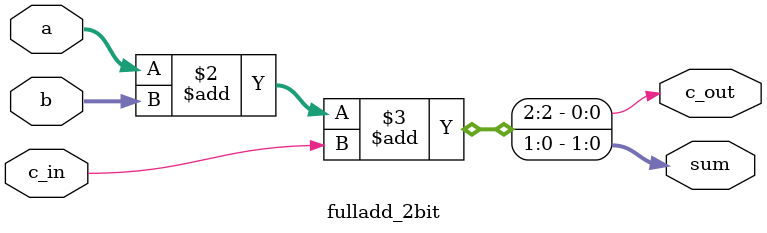
<source format=v>

module fulladd_2bit(c_in, c_out, a, b, sum);
    input c_in;
    input[1:0] a, b;
    output reg c_out;
    output reg[1:0] sum;
    
    always @(a, b, c_in)
        {c_out, sum} = a + b + c_in;
    
endmodule

</source>
